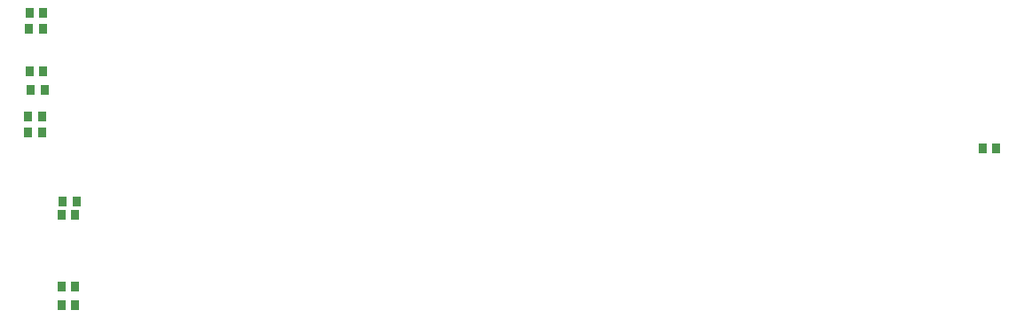
<source format=gbr>
G04 start of page 10 for group -4015 idx -4015 *
G04 Title: (unknown), toppaste *
G04 Creator: pcb 20110918 *
G04 CreationDate: Fri 08 Jun 2012 06:47:20 PM GMT UTC *
G04 For: ed *
G04 Format: Gerber/RS-274X *
G04 PCB-Dimensions: 450000 325000 *
G04 PCB-Coordinate-Origin: lower left *
%MOIN*%
%FSLAX25Y25*%
%LNTOPPASTE*%
%ADD78R,0.0295X0.0295*%
G54D78*X427900Y124062D02*Y123078D01*
X422782Y124062D02*Y123078D01*
X81900Y99062D02*Y98078D01*
X76782Y99062D02*Y98078D01*
X77341Y104062D02*Y103078D01*
X82459Y104062D02*Y103078D01*
X64341Y136062D02*Y135078D01*
X69459Y136062D02*Y135078D01*
X76782Y72062D02*Y71078D01*
X81900Y72062D02*Y71078D01*
Y65062D02*Y64078D01*
X76782Y65062D02*Y64078D01*
X69782Y169062D02*Y168078D01*
X64664Y169062D02*Y168078D01*
X64782Y175062D02*Y174078D01*
X69900Y175062D02*Y174078D01*
X70459Y146062D02*Y145078D01*
X65341Y146062D02*Y145078D01*
X64782Y153062D02*Y152078D01*
X69900Y153062D02*Y152078D01*
X69459Y130062D02*Y129078D01*
X64341Y130062D02*Y129078D01*
M02*

</source>
